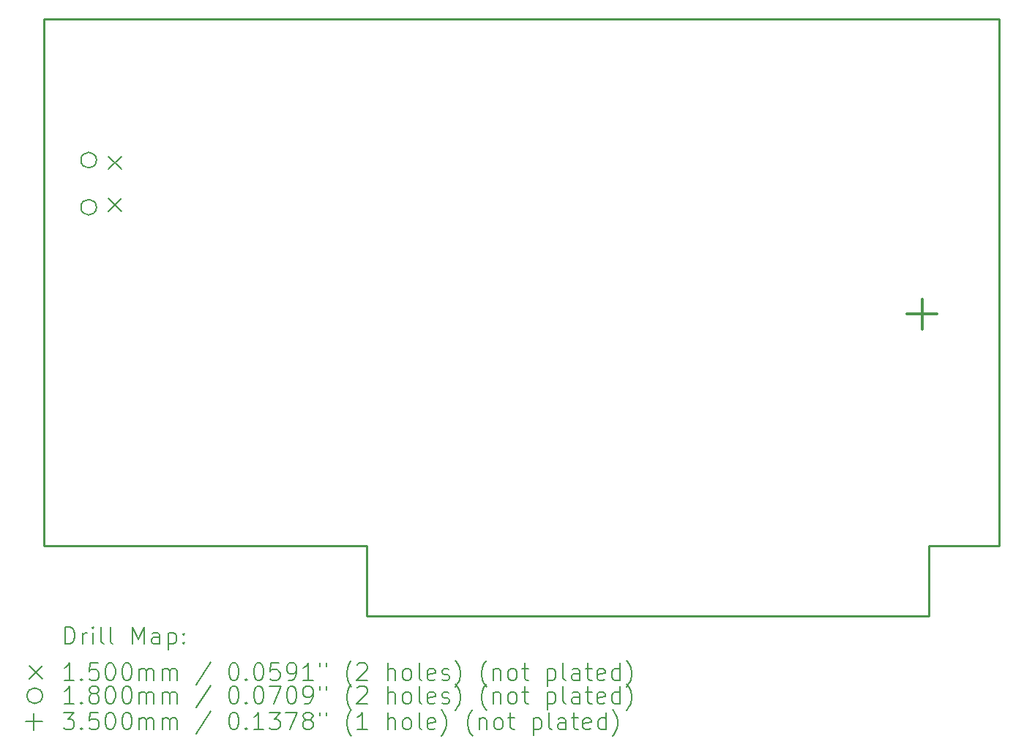
<source format=gbr>
%TF.GenerationSoftware,KiCad,Pcbnew,7.0.8-1.fc38*%
%TF.CreationDate,2023-10-28T17:25:38+02:00*%
%TF.ProjectId,AppleVGA,4170706c-6556-4474-912e-6b696361645f,A*%
%TF.SameCoordinates,Original*%
%TF.FileFunction,Drillmap*%
%TF.FilePolarity,Positive*%
%FSLAX45Y45*%
G04 Gerber Fmt 4.5, Leading zero omitted, Abs format (unit mm)*
G04 Created by KiCad (PCBNEW 7.0.8-1.fc38) date 2023-10-28 17:25:38*
%MOMM*%
%LPD*%
G01*
G04 APERTURE LIST*
%ADD10C,0.254000*%
%ADD11C,0.200000*%
%ADD12C,0.150000*%
%ADD13C,0.180000*%
%ADD14C,0.350000*%
G04 APERTURE END LIST*
D10*
X21158200Y-12750800D02*
X21158200Y-11938000D01*
X21971000Y-11938000D02*
X21971000Y-5842000D01*
X21971000Y-5842000D02*
X10922000Y-5842000D01*
X14655800Y-12750800D02*
X21158200Y-12750800D01*
X21158200Y-11938000D02*
X21971000Y-11938000D01*
X10922000Y-11938000D02*
X14655800Y-11938000D01*
X14655800Y-11938000D02*
X14655800Y-12750800D01*
X10922000Y-5842000D02*
X10922000Y-11938000D01*
D11*
D12*
X11671000Y-7429500D02*
X11821000Y-7579500D01*
X11821000Y-7429500D02*
X11671000Y-7579500D01*
X11671000Y-7914500D02*
X11821000Y-8064500D01*
X11821000Y-7914500D02*
X11671000Y-8064500D01*
D13*
X11533000Y-7474500D02*
G75*
G03*
X11533000Y-7474500I-90000J0D01*
G01*
X11533000Y-8019500D02*
G75*
G03*
X11533000Y-8019500I-90000J0D01*
G01*
D14*
X21082000Y-9081000D02*
X21082000Y-9431000D01*
X20907000Y-9256000D02*
X21257000Y-9256000D01*
D11*
X11170077Y-13074984D02*
X11170077Y-12874984D01*
X11170077Y-12874984D02*
X11217696Y-12874984D01*
X11217696Y-12874984D02*
X11246267Y-12884508D01*
X11246267Y-12884508D02*
X11265315Y-12903555D01*
X11265315Y-12903555D02*
X11274839Y-12922603D01*
X11274839Y-12922603D02*
X11284362Y-12960698D01*
X11284362Y-12960698D02*
X11284362Y-12989269D01*
X11284362Y-12989269D02*
X11274839Y-13027365D01*
X11274839Y-13027365D02*
X11265315Y-13046412D01*
X11265315Y-13046412D02*
X11246267Y-13065460D01*
X11246267Y-13065460D02*
X11217696Y-13074984D01*
X11217696Y-13074984D02*
X11170077Y-13074984D01*
X11370077Y-13074984D02*
X11370077Y-12941650D01*
X11370077Y-12979746D02*
X11379601Y-12960698D01*
X11379601Y-12960698D02*
X11389124Y-12951174D01*
X11389124Y-12951174D02*
X11408172Y-12941650D01*
X11408172Y-12941650D02*
X11427220Y-12941650D01*
X11493886Y-13074984D02*
X11493886Y-12941650D01*
X11493886Y-12874984D02*
X11484362Y-12884508D01*
X11484362Y-12884508D02*
X11493886Y-12894031D01*
X11493886Y-12894031D02*
X11503410Y-12884508D01*
X11503410Y-12884508D02*
X11493886Y-12874984D01*
X11493886Y-12874984D02*
X11493886Y-12894031D01*
X11617696Y-13074984D02*
X11598648Y-13065460D01*
X11598648Y-13065460D02*
X11589124Y-13046412D01*
X11589124Y-13046412D02*
X11589124Y-12874984D01*
X11722458Y-13074984D02*
X11703410Y-13065460D01*
X11703410Y-13065460D02*
X11693886Y-13046412D01*
X11693886Y-13046412D02*
X11693886Y-12874984D01*
X11951029Y-13074984D02*
X11951029Y-12874984D01*
X11951029Y-12874984D02*
X12017696Y-13017841D01*
X12017696Y-13017841D02*
X12084362Y-12874984D01*
X12084362Y-12874984D02*
X12084362Y-13074984D01*
X12265315Y-13074984D02*
X12265315Y-12970222D01*
X12265315Y-12970222D02*
X12255791Y-12951174D01*
X12255791Y-12951174D02*
X12236743Y-12941650D01*
X12236743Y-12941650D02*
X12198648Y-12941650D01*
X12198648Y-12941650D02*
X12179601Y-12951174D01*
X12265315Y-13065460D02*
X12246267Y-13074984D01*
X12246267Y-13074984D02*
X12198648Y-13074984D01*
X12198648Y-13074984D02*
X12179601Y-13065460D01*
X12179601Y-13065460D02*
X12170077Y-13046412D01*
X12170077Y-13046412D02*
X12170077Y-13027365D01*
X12170077Y-13027365D02*
X12179601Y-13008317D01*
X12179601Y-13008317D02*
X12198648Y-12998793D01*
X12198648Y-12998793D02*
X12246267Y-12998793D01*
X12246267Y-12998793D02*
X12265315Y-12989269D01*
X12360553Y-12941650D02*
X12360553Y-13141650D01*
X12360553Y-12951174D02*
X12379601Y-12941650D01*
X12379601Y-12941650D02*
X12417696Y-12941650D01*
X12417696Y-12941650D02*
X12436743Y-12951174D01*
X12436743Y-12951174D02*
X12446267Y-12960698D01*
X12446267Y-12960698D02*
X12455791Y-12979746D01*
X12455791Y-12979746D02*
X12455791Y-13036888D01*
X12455791Y-13036888D02*
X12446267Y-13055936D01*
X12446267Y-13055936D02*
X12436743Y-13065460D01*
X12436743Y-13065460D02*
X12417696Y-13074984D01*
X12417696Y-13074984D02*
X12379601Y-13074984D01*
X12379601Y-13074984D02*
X12360553Y-13065460D01*
X12541505Y-13055936D02*
X12551029Y-13065460D01*
X12551029Y-13065460D02*
X12541505Y-13074984D01*
X12541505Y-13074984D02*
X12531982Y-13065460D01*
X12531982Y-13065460D02*
X12541505Y-13055936D01*
X12541505Y-13055936D02*
X12541505Y-13074984D01*
X12541505Y-12951174D02*
X12551029Y-12960698D01*
X12551029Y-12960698D02*
X12541505Y-12970222D01*
X12541505Y-12970222D02*
X12531982Y-12960698D01*
X12531982Y-12960698D02*
X12541505Y-12951174D01*
X12541505Y-12951174D02*
X12541505Y-12970222D01*
D12*
X10759300Y-13328500D02*
X10909300Y-13478500D01*
X10909300Y-13328500D02*
X10759300Y-13478500D01*
D11*
X11274839Y-13494984D02*
X11160553Y-13494984D01*
X11217696Y-13494984D02*
X11217696Y-13294984D01*
X11217696Y-13294984D02*
X11198648Y-13323555D01*
X11198648Y-13323555D02*
X11179601Y-13342603D01*
X11179601Y-13342603D02*
X11160553Y-13352127D01*
X11360553Y-13475936D02*
X11370077Y-13485460D01*
X11370077Y-13485460D02*
X11360553Y-13494984D01*
X11360553Y-13494984D02*
X11351029Y-13485460D01*
X11351029Y-13485460D02*
X11360553Y-13475936D01*
X11360553Y-13475936D02*
X11360553Y-13494984D01*
X11551029Y-13294984D02*
X11455791Y-13294984D01*
X11455791Y-13294984D02*
X11446267Y-13390222D01*
X11446267Y-13390222D02*
X11455791Y-13380698D01*
X11455791Y-13380698D02*
X11474839Y-13371174D01*
X11474839Y-13371174D02*
X11522458Y-13371174D01*
X11522458Y-13371174D02*
X11541505Y-13380698D01*
X11541505Y-13380698D02*
X11551029Y-13390222D01*
X11551029Y-13390222D02*
X11560553Y-13409269D01*
X11560553Y-13409269D02*
X11560553Y-13456888D01*
X11560553Y-13456888D02*
X11551029Y-13475936D01*
X11551029Y-13475936D02*
X11541505Y-13485460D01*
X11541505Y-13485460D02*
X11522458Y-13494984D01*
X11522458Y-13494984D02*
X11474839Y-13494984D01*
X11474839Y-13494984D02*
X11455791Y-13485460D01*
X11455791Y-13485460D02*
X11446267Y-13475936D01*
X11684362Y-13294984D02*
X11703410Y-13294984D01*
X11703410Y-13294984D02*
X11722458Y-13304508D01*
X11722458Y-13304508D02*
X11731982Y-13314031D01*
X11731982Y-13314031D02*
X11741505Y-13333079D01*
X11741505Y-13333079D02*
X11751029Y-13371174D01*
X11751029Y-13371174D02*
X11751029Y-13418793D01*
X11751029Y-13418793D02*
X11741505Y-13456888D01*
X11741505Y-13456888D02*
X11731982Y-13475936D01*
X11731982Y-13475936D02*
X11722458Y-13485460D01*
X11722458Y-13485460D02*
X11703410Y-13494984D01*
X11703410Y-13494984D02*
X11684362Y-13494984D01*
X11684362Y-13494984D02*
X11665315Y-13485460D01*
X11665315Y-13485460D02*
X11655791Y-13475936D01*
X11655791Y-13475936D02*
X11646267Y-13456888D01*
X11646267Y-13456888D02*
X11636743Y-13418793D01*
X11636743Y-13418793D02*
X11636743Y-13371174D01*
X11636743Y-13371174D02*
X11646267Y-13333079D01*
X11646267Y-13333079D02*
X11655791Y-13314031D01*
X11655791Y-13314031D02*
X11665315Y-13304508D01*
X11665315Y-13304508D02*
X11684362Y-13294984D01*
X11874839Y-13294984D02*
X11893886Y-13294984D01*
X11893886Y-13294984D02*
X11912934Y-13304508D01*
X11912934Y-13304508D02*
X11922458Y-13314031D01*
X11922458Y-13314031D02*
X11931982Y-13333079D01*
X11931982Y-13333079D02*
X11941505Y-13371174D01*
X11941505Y-13371174D02*
X11941505Y-13418793D01*
X11941505Y-13418793D02*
X11931982Y-13456888D01*
X11931982Y-13456888D02*
X11922458Y-13475936D01*
X11922458Y-13475936D02*
X11912934Y-13485460D01*
X11912934Y-13485460D02*
X11893886Y-13494984D01*
X11893886Y-13494984D02*
X11874839Y-13494984D01*
X11874839Y-13494984D02*
X11855791Y-13485460D01*
X11855791Y-13485460D02*
X11846267Y-13475936D01*
X11846267Y-13475936D02*
X11836743Y-13456888D01*
X11836743Y-13456888D02*
X11827220Y-13418793D01*
X11827220Y-13418793D02*
X11827220Y-13371174D01*
X11827220Y-13371174D02*
X11836743Y-13333079D01*
X11836743Y-13333079D02*
X11846267Y-13314031D01*
X11846267Y-13314031D02*
X11855791Y-13304508D01*
X11855791Y-13304508D02*
X11874839Y-13294984D01*
X12027220Y-13494984D02*
X12027220Y-13361650D01*
X12027220Y-13380698D02*
X12036743Y-13371174D01*
X12036743Y-13371174D02*
X12055791Y-13361650D01*
X12055791Y-13361650D02*
X12084363Y-13361650D01*
X12084363Y-13361650D02*
X12103410Y-13371174D01*
X12103410Y-13371174D02*
X12112934Y-13390222D01*
X12112934Y-13390222D02*
X12112934Y-13494984D01*
X12112934Y-13390222D02*
X12122458Y-13371174D01*
X12122458Y-13371174D02*
X12141505Y-13361650D01*
X12141505Y-13361650D02*
X12170077Y-13361650D01*
X12170077Y-13361650D02*
X12189124Y-13371174D01*
X12189124Y-13371174D02*
X12198648Y-13390222D01*
X12198648Y-13390222D02*
X12198648Y-13494984D01*
X12293886Y-13494984D02*
X12293886Y-13361650D01*
X12293886Y-13380698D02*
X12303410Y-13371174D01*
X12303410Y-13371174D02*
X12322458Y-13361650D01*
X12322458Y-13361650D02*
X12351029Y-13361650D01*
X12351029Y-13361650D02*
X12370077Y-13371174D01*
X12370077Y-13371174D02*
X12379601Y-13390222D01*
X12379601Y-13390222D02*
X12379601Y-13494984D01*
X12379601Y-13390222D02*
X12389124Y-13371174D01*
X12389124Y-13371174D02*
X12408172Y-13361650D01*
X12408172Y-13361650D02*
X12436743Y-13361650D01*
X12436743Y-13361650D02*
X12455791Y-13371174D01*
X12455791Y-13371174D02*
X12465315Y-13390222D01*
X12465315Y-13390222D02*
X12465315Y-13494984D01*
X12855791Y-13285460D02*
X12684363Y-13542603D01*
X13112934Y-13294984D02*
X13131982Y-13294984D01*
X13131982Y-13294984D02*
X13151029Y-13304508D01*
X13151029Y-13304508D02*
X13160553Y-13314031D01*
X13160553Y-13314031D02*
X13170077Y-13333079D01*
X13170077Y-13333079D02*
X13179601Y-13371174D01*
X13179601Y-13371174D02*
X13179601Y-13418793D01*
X13179601Y-13418793D02*
X13170077Y-13456888D01*
X13170077Y-13456888D02*
X13160553Y-13475936D01*
X13160553Y-13475936D02*
X13151029Y-13485460D01*
X13151029Y-13485460D02*
X13131982Y-13494984D01*
X13131982Y-13494984D02*
X13112934Y-13494984D01*
X13112934Y-13494984D02*
X13093886Y-13485460D01*
X13093886Y-13485460D02*
X13084363Y-13475936D01*
X13084363Y-13475936D02*
X13074839Y-13456888D01*
X13074839Y-13456888D02*
X13065315Y-13418793D01*
X13065315Y-13418793D02*
X13065315Y-13371174D01*
X13065315Y-13371174D02*
X13074839Y-13333079D01*
X13074839Y-13333079D02*
X13084363Y-13314031D01*
X13084363Y-13314031D02*
X13093886Y-13304508D01*
X13093886Y-13304508D02*
X13112934Y-13294984D01*
X13265315Y-13475936D02*
X13274839Y-13485460D01*
X13274839Y-13485460D02*
X13265315Y-13494984D01*
X13265315Y-13494984D02*
X13255791Y-13485460D01*
X13255791Y-13485460D02*
X13265315Y-13475936D01*
X13265315Y-13475936D02*
X13265315Y-13494984D01*
X13398648Y-13294984D02*
X13417696Y-13294984D01*
X13417696Y-13294984D02*
X13436744Y-13304508D01*
X13436744Y-13304508D02*
X13446267Y-13314031D01*
X13446267Y-13314031D02*
X13455791Y-13333079D01*
X13455791Y-13333079D02*
X13465315Y-13371174D01*
X13465315Y-13371174D02*
X13465315Y-13418793D01*
X13465315Y-13418793D02*
X13455791Y-13456888D01*
X13455791Y-13456888D02*
X13446267Y-13475936D01*
X13446267Y-13475936D02*
X13436744Y-13485460D01*
X13436744Y-13485460D02*
X13417696Y-13494984D01*
X13417696Y-13494984D02*
X13398648Y-13494984D01*
X13398648Y-13494984D02*
X13379601Y-13485460D01*
X13379601Y-13485460D02*
X13370077Y-13475936D01*
X13370077Y-13475936D02*
X13360553Y-13456888D01*
X13360553Y-13456888D02*
X13351029Y-13418793D01*
X13351029Y-13418793D02*
X13351029Y-13371174D01*
X13351029Y-13371174D02*
X13360553Y-13333079D01*
X13360553Y-13333079D02*
X13370077Y-13314031D01*
X13370077Y-13314031D02*
X13379601Y-13304508D01*
X13379601Y-13304508D02*
X13398648Y-13294984D01*
X13646267Y-13294984D02*
X13551029Y-13294984D01*
X13551029Y-13294984D02*
X13541506Y-13390222D01*
X13541506Y-13390222D02*
X13551029Y-13380698D01*
X13551029Y-13380698D02*
X13570077Y-13371174D01*
X13570077Y-13371174D02*
X13617696Y-13371174D01*
X13617696Y-13371174D02*
X13636744Y-13380698D01*
X13636744Y-13380698D02*
X13646267Y-13390222D01*
X13646267Y-13390222D02*
X13655791Y-13409269D01*
X13655791Y-13409269D02*
X13655791Y-13456888D01*
X13655791Y-13456888D02*
X13646267Y-13475936D01*
X13646267Y-13475936D02*
X13636744Y-13485460D01*
X13636744Y-13485460D02*
X13617696Y-13494984D01*
X13617696Y-13494984D02*
X13570077Y-13494984D01*
X13570077Y-13494984D02*
X13551029Y-13485460D01*
X13551029Y-13485460D02*
X13541506Y-13475936D01*
X13751029Y-13494984D02*
X13789125Y-13494984D01*
X13789125Y-13494984D02*
X13808172Y-13485460D01*
X13808172Y-13485460D02*
X13817696Y-13475936D01*
X13817696Y-13475936D02*
X13836744Y-13447365D01*
X13836744Y-13447365D02*
X13846267Y-13409269D01*
X13846267Y-13409269D02*
X13846267Y-13333079D01*
X13846267Y-13333079D02*
X13836744Y-13314031D01*
X13836744Y-13314031D02*
X13827220Y-13304508D01*
X13827220Y-13304508D02*
X13808172Y-13294984D01*
X13808172Y-13294984D02*
X13770077Y-13294984D01*
X13770077Y-13294984D02*
X13751029Y-13304508D01*
X13751029Y-13304508D02*
X13741506Y-13314031D01*
X13741506Y-13314031D02*
X13731982Y-13333079D01*
X13731982Y-13333079D02*
X13731982Y-13380698D01*
X13731982Y-13380698D02*
X13741506Y-13399746D01*
X13741506Y-13399746D02*
X13751029Y-13409269D01*
X13751029Y-13409269D02*
X13770077Y-13418793D01*
X13770077Y-13418793D02*
X13808172Y-13418793D01*
X13808172Y-13418793D02*
X13827220Y-13409269D01*
X13827220Y-13409269D02*
X13836744Y-13399746D01*
X13836744Y-13399746D02*
X13846267Y-13380698D01*
X14036744Y-13494984D02*
X13922458Y-13494984D01*
X13979601Y-13494984D02*
X13979601Y-13294984D01*
X13979601Y-13294984D02*
X13960553Y-13323555D01*
X13960553Y-13323555D02*
X13941506Y-13342603D01*
X13941506Y-13342603D02*
X13922458Y-13352127D01*
X14112934Y-13294984D02*
X14112934Y-13333079D01*
X14189125Y-13294984D02*
X14189125Y-13333079D01*
X14484363Y-13571174D02*
X14474839Y-13561650D01*
X14474839Y-13561650D02*
X14455791Y-13533079D01*
X14455791Y-13533079D02*
X14446268Y-13514031D01*
X14446268Y-13514031D02*
X14436744Y-13485460D01*
X14436744Y-13485460D02*
X14427220Y-13437841D01*
X14427220Y-13437841D02*
X14427220Y-13399746D01*
X14427220Y-13399746D02*
X14436744Y-13352127D01*
X14436744Y-13352127D02*
X14446268Y-13323555D01*
X14446268Y-13323555D02*
X14455791Y-13304508D01*
X14455791Y-13304508D02*
X14474839Y-13275936D01*
X14474839Y-13275936D02*
X14484363Y-13266412D01*
X14551029Y-13314031D02*
X14560553Y-13304508D01*
X14560553Y-13304508D02*
X14579601Y-13294984D01*
X14579601Y-13294984D02*
X14627220Y-13294984D01*
X14627220Y-13294984D02*
X14646268Y-13304508D01*
X14646268Y-13304508D02*
X14655791Y-13314031D01*
X14655791Y-13314031D02*
X14665315Y-13333079D01*
X14665315Y-13333079D02*
X14665315Y-13352127D01*
X14665315Y-13352127D02*
X14655791Y-13380698D01*
X14655791Y-13380698D02*
X14541506Y-13494984D01*
X14541506Y-13494984D02*
X14665315Y-13494984D01*
X14903410Y-13494984D02*
X14903410Y-13294984D01*
X14989125Y-13494984D02*
X14989125Y-13390222D01*
X14989125Y-13390222D02*
X14979601Y-13371174D01*
X14979601Y-13371174D02*
X14960553Y-13361650D01*
X14960553Y-13361650D02*
X14931982Y-13361650D01*
X14931982Y-13361650D02*
X14912934Y-13371174D01*
X14912934Y-13371174D02*
X14903410Y-13380698D01*
X15112934Y-13494984D02*
X15093887Y-13485460D01*
X15093887Y-13485460D02*
X15084363Y-13475936D01*
X15084363Y-13475936D02*
X15074839Y-13456888D01*
X15074839Y-13456888D02*
X15074839Y-13399746D01*
X15074839Y-13399746D02*
X15084363Y-13380698D01*
X15084363Y-13380698D02*
X15093887Y-13371174D01*
X15093887Y-13371174D02*
X15112934Y-13361650D01*
X15112934Y-13361650D02*
X15141506Y-13361650D01*
X15141506Y-13361650D02*
X15160553Y-13371174D01*
X15160553Y-13371174D02*
X15170077Y-13380698D01*
X15170077Y-13380698D02*
X15179601Y-13399746D01*
X15179601Y-13399746D02*
X15179601Y-13456888D01*
X15179601Y-13456888D02*
X15170077Y-13475936D01*
X15170077Y-13475936D02*
X15160553Y-13485460D01*
X15160553Y-13485460D02*
X15141506Y-13494984D01*
X15141506Y-13494984D02*
X15112934Y-13494984D01*
X15293887Y-13494984D02*
X15274839Y-13485460D01*
X15274839Y-13485460D02*
X15265315Y-13466412D01*
X15265315Y-13466412D02*
X15265315Y-13294984D01*
X15446268Y-13485460D02*
X15427220Y-13494984D01*
X15427220Y-13494984D02*
X15389125Y-13494984D01*
X15389125Y-13494984D02*
X15370077Y-13485460D01*
X15370077Y-13485460D02*
X15360553Y-13466412D01*
X15360553Y-13466412D02*
X15360553Y-13390222D01*
X15360553Y-13390222D02*
X15370077Y-13371174D01*
X15370077Y-13371174D02*
X15389125Y-13361650D01*
X15389125Y-13361650D02*
X15427220Y-13361650D01*
X15427220Y-13361650D02*
X15446268Y-13371174D01*
X15446268Y-13371174D02*
X15455791Y-13390222D01*
X15455791Y-13390222D02*
X15455791Y-13409269D01*
X15455791Y-13409269D02*
X15360553Y-13428317D01*
X15531982Y-13485460D02*
X15551030Y-13494984D01*
X15551030Y-13494984D02*
X15589125Y-13494984D01*
X15589125Y-13494984D02*
X15608172Y-13485460D01*
X15608172Y-13485460D02*
X15617696Y-13466412D01*
X15617696Y-13466412D02*
X15617696Y-13456888D01*
X15617696Y-13456888D02*
X15608172Y-13437841D01*
X15608172Y-13437841D02*
X15589125Y-13428317D01*
X15589125Y-13428317D02*
X15560553Y-13428317D01*
X15560553Y-13428317D02*
X15541506Y-13418793D01*
X15541506Y-13418793D02*
X15531982Y-13399746D01*
X15531982Y-13399746D02*
X15531982Y-13390222D01*
X15531982Y-13390222D02*
X15541506Y-13371174D01*
X15541506Y-13371174D02*
X15560553Y-13361650D01*
X15560553Y-13361650D02*
X15589125Y-13361650D01*
X15589125Y-13361650D02*
X15608172Y-13371174D01*
X15684363Y-13571174D02*
X15693887Y-13561650D01*
X15693887Y-13561650D02*
X15712934Y-13533079D01*
X15712934Y-13533079D02*
X15722458Y-13514031D01*
X15722458Y-13514031D02*
X15731982Y-13485460D01*
X15731982Y-13485460D02*
X15741506Y-13437841D01*
X15741506Y-13437841D02*
X15741506Y-13399746D01*
X15741506Y-13399746D02*
X15731982Y-13352127D01*
X15731982Y-13352127D02*
X15722458Y-13323555D01*
X15722458Y-13323555D02*
X15712934Y-13304508D01*
X15712934Y-13304508D02*
X15693887Y-13275936D01*
X15693887Y-13275936D02*
X15684363Y-13266412D01*
X16046268Y-13571174D02*
X16036744Y-13561650D01*
X16036744Y-13561650D02*
X16017696Y-13533079D01*
X16017696Y-13533079D02*
X16008172Y-13514031D01*
X16008172Y-13514031D02*
X15998649Y-13485460D01*
X15998649Y-13485460D02*
X15989125Y-13437841D01*
X15989125Y-13437841D02*
X15989125Y-13399746D01*
X15989125Y-13399746D02*
X15998649Y-13352127D01*
X15998649Y-13352127D02*
X16008172Y-13323555D01*
X16008172Y-13323555D02*
X16017696Y-13304508D01*
X16017696Y-13304508D02*
X16036744Y-13275936D01*
X16036744Y-13275936D02*
X16046268Y-13266412D01*
X16122458Y-13361650D02*
X16122458Y-13494984D01*
X16122458Y-13380698D02*
X16131982Y-13371174D01*
X16131982Y-13371174D02*
X16151030Y-13361650D01*
X16151030Y-13361650D02*
X16179601Y-13361650D01*
X16179601Y-13361650D02*
X16198649Y-13371174D01*
X16198649Y-13371174D02*
X16208172Y-13390222D01*
X16208172Y-13390222D02*
X16208172Y-13494984D01*
X16331982Y-13494984D02*
X16312934Y-13485460D01*
X16312934Y-13485460D02*
X16303411Y-13475936D01*
X16303411Y-13475936D02*
X16293887Y-13456888D01*
X16293887Y-13456888D02*
X16293887Y-13399746D01*
X16293887Y-13399746D02*
X16303411Y-13380698D01*
X16303411Y-13380698D02*
X16312934Y-13371174D01*
X16312934Y-13371174D02*
X16331982Y-13361650D01*
X16331982Y-13361650D02*
X16360553Y-13361650D01*
X16360553Y-13361650D02*
X16379601Y-13371174D01*
X16379601Y-13371174D02*
X16389125Y-13380698D01*
X16389125Y-13380698D02*
X16398649Y-13399746D01*
X16398649Y-13399746D02*
X16398649Y-13456888D01*
X16398649Y-13456888D02*
X16389125Y-13475936D01*
X16389125Y-13475936D02*
X16379601Y-13485460D01*
X16379601Y-13485460D02*
X16360553Y-13494984D01*
X16360553Y-13494984D02*
X16331982Y-13494984D01*
X16455792Y-13361650D02*
X16531982Y-13361650D01*
X16484363Y-13294984D02*
X16484363Y-13466412D01*
X16484363Y-13466412D02*
X16493887Y-13485460D01*
X16493887Y-13485460D02*
X16512934Y-13494984D01*
X16512934Y-13494984D02*
X16531982Y-13494984D01*
X16751030Y-13361650D02*
X16751030Y-13561650D01*
X16751030Y-13371174D02*
X16770077Y-13361650D01*
X16770077Y-13361650D02*
X16808173Y-13361650D01*
X16808173Y-13361650D02*
X16827220Y-13371174D01*
X16827220Y-13371174D02*
X16836744Y-13380698D01*
X16836744Y-13380698D02*
X16846268Y-13399746D01*
X16846268Y-13399746D02*
X16846268Y-13456888D01*
X16846268Y-13456888D02*
X16836744Y-13475936D01*
X16836744Y-13475936D02*
X16827220Y-13485460D01*
X16827220Y-13485460D02*
X16808173Y-13494984D01*
X16808173Y-13494984D02*
X16770077Y-13494984D01*
X16770077Y-13494984D02*
X16751030Y-13485460D01*
X16960554Y-13494984D02*
X16941506Y-13485460D01*
X16941506Y-13485460D02*
X16931982Y-13466412D01*
X16931982Y-13466412D02*
X16931982Y-13294984D01*
X17122458Y-13494984D02*
X17122458Y-13390222D01*
X17122458Y-13390222D02*
X17112935Y-13371174D01*
X17112935Y-13371174D02*
X17093887Y-13361650D01*
X17093887Y-13361650D02*
X17055792Y-13361650D01*
X17055792Y-13361650D02*
X17036744Y-13371174D01*
X17122458Y-13485460D02*
X17103411Y-13494984D01*
X17103411Y-13494984D02*
X17055792Y-13494984D01*
X17055792Y-13494984D02*
X17036744Y-13485460D01*
X17036744Y-13485460D02*
X17027220Y-13466412D01*
X17027220Y-13466412D02*
X17027220Y-13447365D01*
X17027220Y-13447365D02*
X17036744Y-13428317D01*
X17036744Y-13428317D02*
X17055792Y-13418793D01*
X17055792Y-13418793D02*
X17103411Y-13418793D01*
X17103411Y-13418793D02*
X17122458Y-13409269D01*
X17189125Y-13361650D02*
X17265315Y-13361650D01*
X17217696Y-13294984D02*
X17217696Y-13466412D01*
X17217696Y-13466412D02*
X17227220Y-13485460D01*
X17227220Y-13485460D02*
X17246268Y-13494984D01*
X17246268Y-13494984D02*
X17265315Y-13494984D01*
X17408173Y-13485460D02*
X17389125Y-13494984D01*
X17389125Y-13494984D02*
X17351030Y-13494984D01*
X17351030Y-13494984D02*
X17331982Y-13485460D01*
X17331982Y-13485460D02*
X17322458Y-13466412D01*
X17322458Y-13466412D02*
X17322458Y-13390222D01*
X17322458Y-13390222D02*
X17331982Y-13371174D01*
X17331982Y-13371174D02*
X17351030Y-13361650D01*
X17351030Y-13361650D02*
X17389125Y-13361650D01*
X17389125Y-13361650D02*
X17408173Y-13371174D01*
X17408173Y-13371174D02*
X17417696Y-13390222D01*
X17417696Y-13390222D02*
X17417696Y-13409269D01*
X17417696Y-13409269D02*
X17322458Y-13428317D01*
X17589125Y-13494984D02*
X17589125Y-13294984D01*
X17589125Y-13485460D02*
X17570077Y-13494984D01*
X17570077Y-13494984D02*
X17531982Y-13494984D01*
X17531982Y-13494984D02*
X17512935Y-13485460D01*
X17512935Y-13485460D02*
X17503411Y-13475936D01*
X17503411Y-13475936D02*
X17493887Y-13456888D01*
X17493887Y-13456888D02*
X17493887Y-13399746D01*
X17493887Y-13399746D02*
X17503411Y-13380698D01*
X17503411Y-13380698D02*
X17512935Y-13371174D01*
X17512935Y-13371174D02*
X17531982Y-13361650D01*
X17531982Y-13361650D02*
X17570077Y-13361650D01*
X17570077Y-13361650D02*
X17589125Y-13371174D01*
X17665316Y-13571174D02*
X17674839Y-13561650D01*
X17674839Y-13561650D02*
X17693887Y-13533079D01*
X17693887Y-13533079D02*
X17703411Y-13514031D01*
X17703411Y-13514031D02*
X17712935Y-13485460D01*
X17712935Y-13485460D02*
X17722458Y-13437841D01*
X17722458Y-13437841D02*
X17722458Y-13399746D01*
X17722458Y-13399746D02*
X17712935Y-13352127D01*
X17712935Y-13352127D02*
X17703411Y-13323555D01*
X17703411Y-13323555D02*
X17693887Y-13304508D01*
X17693887Y-13304508D02*
X17674839Y-13275936D01*
X17674839Y-13275936D02*
X17665316Y-13266412D01*
D13*
X10909300Y-13673500D02*
G75*
G03*
X10909300Y-13673500I-90000J0D01*
G01*
D11*
X11274839Y-13764984D02*
X11160553Y-13764984D01*
X11217696Y-13764984D02*
X11217696Y-13564984D01*
X11217696Y-13564984D02*
X11198648Y-13593555D01*
X11198648Y-13593555D02*
X11179601Y-13612603D01*
X11179601Y-13612603D02*
X11160553Y-13622127D01*
X11360553Y-13745936D02*
X11370077Y-13755460D01*
X11370077Y-13755460D02*
X11360553Y-13764984D01*
X11360553Y-13764984D02*
X11351029Y-13755460D01*
X11351029Y-13755460D02*
X11360553Y-13745936D01*
X11360553Y-13745936D02*
X11360553Y-13764984D01*
X11484362Y-13650698D02*
X11465315Y-13641174D01*
X11465315Y-13641174D02*
X11455791Y-13631650D01*
X11455791Y-13631650D02*
X11446267Y-13612603D01*
X11446267Y-13612603D02*
X11446267Y-13603079D01*
X11446267Y-13603079D02*
X11455791Y-13584031D01*
X11455791Y-13584031D02*
X11465315Y-13574508D01*
X11465315Y-13574508D02*
X11484362Y-13564984D01*
X11484362Y-13564984D02*
X11522458Y-13564984D01*
X11522458Y-13564984D02*
X11541505Y-13574508D01*
X11541505Y-13574508D02*
X11551029Y-13584031D01*
X11551029Y-13584031D02*
X11560553Y-13603079D01*
X11560553Y-13603079D02*
X11560553Y-13612603D01*
X11560553Y-13612603D02*
X11551029Y-13631650D01*
X11551029Y-13631650D02*
X11541505Y-13641174D01*
X11541505Y-13641174D02*
X11522458Y-13650698D01*
X11522458Y-13650698D02*
X11484362Y-13650698D01*
X11484362Y-13650698D02*
X11465315Y-13660222D01*
X11465315Y-13660222D02*
X11455791Y-13669746D01*
X11455791Y-13669746D02*
X11446267Y-13688793D01*
X11446267Y-13688793D02*
X11446267Y-13726888D01*
X11446267Y-13726888D02*
X11455791Y-13745936D01*
X11455791Y-13745936D02*
X11465315Y-13755460D01*
X11465315Y-13755460D02*
X11484362Y-13764984D01*
X11484362Y-13764984D02*
X11522458Y-13764984D01*
X11522458Y-13764984D02*
X11541505Y-13755460D01*
X11541505Y-13755460D02*
X11551029Y-13745936D01*
X11551029Y-13745936D02*
X11560553Y-13726888D01*
X11560553Y-13726888D02*
X11560553Y-13688793D01*
X11560553Y-13688793D02*
X11551029Y-13669746D01*
X11551029Y-13669746D02*
X11541505Y-13660222D01*
X11541505Y-13660222D02*
X11522458Y-13650698D01*
X11684362Y-13564984D02*
X11703410Y-13564984D01*
X11703410Y-13564984D02*
X11722458Y-13574508D01*
X11722458Y-13574508D02*
X11731982Y-13584031D01*
X11731982Y-13584031D02*
X11741505Y-13603079D01*
X11741505Y-13603079D02*
X11751029Y-13641174D01*
X11751029Y-13641174D02*
X11751029Y-13688793D01*
X11751029Y-13688793D02*
X11741505Y-13726888D01*
X11741505Y-13726888D02*
X11731982Y-13745936D01*
X11731982Y-13745936D02*
X11722458Y-13755460D01*
X11722458Y-13755460D02*
X11703410Y-13764984D01*
X11703410Y-13764984D02*
X11684362Y-13764984D01*
X11684362Y-13764984D02*
X11665315Y-13755460D01*
X11665315Y-13755460D02*
X11655791Y-13745936D01*
X11655791Y-13745936D02*
X11646267Y-13726888D01*
X11646267Y-13726888D02*
X11636743Y-13688793D01*
X11636743Y-13688793D02*
X11636743Y-13641174D01*
X11636743Y-13641174D02*
X11646267Y-13603079D01*
X11646267Y-13603079D02*
X11655791Y-13584031D01*
X11655791Y-13584031D02*
X11665315Y-13574508D01*
X11665315Y-13574508D02*
X11684362Y-13564984D01*
X11874839Y-13564984D02*
X11893886Y-13564984D01*
X11893886Y-13564984D02*
X11912934Y-13574508D01*
X11912934Y-13574508D02*
X11922458Y-13584031D01*
X11922458Y-13584031D02*
X11931982Y-13603079D01*
X11931982Y-13603079D02*
X11941505Y-13641174D01*
X11941505Y-13641174D02*
X11941505Y-13688793D01*
X11941505Y-13688793D02*
X11931982Y-13726888D01*
X11931982Y-13726888D02*
X11922458Y-13745936D01*
X11922458Y-13745936D02*
X11912934Y-13755460D01*
X11912934Y-13755460D02*
X11893886Y-13764984D01*
X11893886Y-13764984D02*
X11874839Y-13764984D01*
X11874839Y-13764984D02*
X11855791Y-13755460D01*
X11855791Y-13755460D02*
X11846267Y-13745936D01*
X11846267Y-13745936D02*
X11836743Y-13726888D01*
X11836743Y-13726888D02*
X11827220Y-13688793D01*
X11827220Y-13688793D02*
X11827220Y-13641174D01*
X11827220Y-13641174D02*
X11836743Y-13603079D01*
X11836743Y-13603079D02*
X11846267Y-13584031D01*
X11846267Y-13584031D02*
X11855791Y-13574508D01*
X11855791Y-13574508D02*
X11874839Y-13564984D01*
X12027220Y-13764984D02*
X12027220Y-13631650D01*
X12027220Y-13650698D02*
X12036743Y-13641174D01*
X12036743Y-13641174D02*
X12055791Y-13631650D01*
X12055791Y-13631650D02*
X12084363Y-13631650D01*
X12084363Y-13631650D02*
X12103410Y-13641174D01*
X12103410Y-13641174D02*
X12112934Y-13660222D01*
X12112934Y-13660222D02*
X12112934Y-13764984D01*
X12112934Y-13660222D02*
X12122458Y-13641174D01*
X12122458Y-13641174D02*
X12141505Y-13631650D01*
X12141505Y-13631650D02*
X12170077Y-13631650D01*
X12170077Y-13631650D02*
X12189124Y-13641174D01*
X12189124Y-13641174D02*
X12198648Y-13660222D01*
X12198648Y-13660222D02*
X12198648Y-13764984D01*
X12293886Y-13764984D02*
X12293886Y-13631650D01*
X12293886Y-13650698D02*
X12303410Y-13641174D01*
X12303410Y-13641174D02*
X12322458Y-13631650D01*
X12322458Y-13631650D02*
X12351029Y-13631650D01*
X12351029Y-13631650D02*
X12370077Y-13641174D01*
X12370077Y-13641174D02*
X12379601Y-13660222D01*
X12379601Y-13660222D02*
X12379601Y-13764984D01*
X12379601Y-13660222D02*
X12389124Y-13641174D01*
X12389124Y-13641174D02*
X12408172Y-13631650D01*
X12408172Y-13631650D02*
X12436743Y-13631650D01*
X12436743Y-13631650D02*
X12455791Y-13641174D01*
X12455791Y-13641174D02*
X12465315Y-13660222D01*
X12465315Y-13660222D02*
X12465315Y-13764984D01*
X12855791Y-13555460D02*
X12684363Y-13812603D01*
X13112934Y-13564984D02*
X13131982Y-13564984D01*
X13131982Y-13564984D02*
X13151029Y-13574508D01*
X13151029Y-13574508D02*
X13160553Y-13584031D01*
X13160553Y-13584031D02*
X13170077Y-13603079D01*
X13170077Y-13603079D02*
X13179601Y-13641174D01*
X13179601Y-13641174D02*
X13179601Y-13688793D01*
X13179601Y-13688793D02*
X13170077Y-13726888D01*
X13170077Y-13726888D02*
X13160553Y-13745936D01*
X13160553Y-13745936D02*
X13151029Y-13755460D01*
X13151029Y-13755460D02*
X13131982Y-13764984D01*
X13131982Y-13764984D02*
X13112934Y-13764984D01*
X13112934Y-13764984D02*
X13093886Y-13755460D01*
X13093886Y-13755460D02*
X13084363Y-13745936D01*
X13084363Y-13745936D02*
X13074839Y-13726888D01*
X13074839Y-13726888D02*
X13065315Y-13688793D01*
X13065315Y-13688793D02*
X13065315Y-13641174D01*
X13065315Y-13641174D02*
X13074839Y-13603079D01*
X13074839Y-13603079D02*
X13084363Y-13584031D01*
X13084363Y-13584031D02*
X13093886Y-13574508D01*
X13093886Y-13574508D02*
X13112934Y-13564984D01*
X13265315Y-13745936D02*
X13274839Y-13755460D01*
X13274839Y-13755460D02*
X13265315Y-13764984D01*
X13265315Y-13764984D02*
X13255791Y-13755460D01*
X13255791Y-13755460D02*
X13265315Y-13745936D01*
X13265315Y-13745936D02*
X13265315Y-13764984D01*
X13398648Y-13564984D02*
X13417696Y-13564984D01*
X13417696Y-13564984D02*
X13436744Y-13574508D01*
X13436744Y-13574508D02*
X13446267Y-13584031D01*
X13446267Y-13584031D02*
X13455791Y-13603079D01*
X13455791Y-13603079D02*
X13465315Y-13641174D01*
X13465315Y-13641174D02*
X13465315Y-13688793D01*
X13465315Y-13688793D02*
X13455791Y-13726888D01*
X13455791Y-13726888D02*
X13446267Y-13745936D01*
X13446267Y-13745936D02*
X13436744Y-13755460D01*
X13436744Y-13755460D02*
X13417696Y-13764984D01*
X13417696Y-13764984D02*
X13398648Y-13764984D01*
X13398648Y-13764984D02*
X13379601Y-13755460D01*
X13379601Y-13755460D02*
X13370077Y-13745936D01*
X13370077Y-13745936D02*
X13360553Y-13726888D01*
X13360553Y-13726888D02*
X13351029Y-13688793D01*
X13351029Y-13688793D02*
X13351029Y-13641174D01*
X13351029Y-13641174D02*
X13360553Y-13603079D01*
X13360553Y-13603079D02*
X13370077Y-13584031D01*
X13370077Y-13584031D02*
X13379601Y-13574508D01*
X13379601Y-13574508D02*
X13398648Y-13564984D01*
X13531982Y-13564984D02*
X13665315Y-13564984D01*
X13665315Y-13564984D02*
X13579601Y-13764984D01*
X13779601Y-13564984D02*
X13798648Y-13564984D01*
X13798648Y-13564984D02*
X13817696Y-13574508D01*
X13817696Y-13574508D02*
X13827220Y-13584031D01*
X13827220Y-13584031D02*
X13836744Y-13603079D01*
X13836744Y-13603079D02*
X13846267Y-13641174D01*
X13846267Y-13641174D02*
X13846267Y-13688793D01*
X13846267Y-13688793D02*
X13836744Y-13726888D01*
X13836744Y-13726888D02*
X13827220Y-13745936D01*
X13827220Y-13745936D02*
X13817696Y-13755460D01*
X13817696Y-13755460D02*
X13798648Y-13764984D01*
X13798648Y-13764984D02*
X13779601Y-13764984D01*
X13779601Y-13764984D02*
X13760553Y-13755460D01*
X13760553Y-13755460D02*
X13751029Y-13745936D01*
X13751029Y-13745936D02*
X13741506Y-13726888D01*
X13741506Y-13726888D02*
X13731982Y-13688793D01*
X13731982Y-13688793D02*
X13731982Y-13641174D01*
X13731982Y-13641174D02*
X13741506Y-13603079D01*
X13741506Y-13603079D02*
X13751029Y-13584031D01*
X13751029Y-13584031D02*
X13760553Y-13574508D01*
X13760553Y-13574508D02*
X13779601Y-13564984D01*
X13941506Y-13764984D02*
X13979601Y-13764984D01*
X13979601Y-13764984D02*
X13998648Y-13755460D01*
X13998648Y-13755460D02*
X14008172Y-13745936D01*
X14008172Y-13745936D02*
X14027220Y-13717365D01*
X14027220Y-13717365D02*
X14036744Y-13679269D01*
X14036744Y-13679269D02*
X14036744Y-13603079D01*
X14036744Y-13603079D02*
X14027220Y-13584031D01*
X14027220Y-13584031D02*
X14017696Y-13574508D01*
X14017696Y-13574508D02*
X13998648Y-13564984D01*
X13998648Y-13564984D02*
X13960553Y-13564984D01*
X13960553Y-13564984D02*
X13941506Y-13574508D01*
X13941506Y-13574508D02*
X13931982Y-13584031D01*
X13931982Y-13584031D02*
X13922458Y-13603079D01*
X13922458Y-13603079D02*
X13922458Y-13650698D01*
X13922458Y-13650698D02*
X13931982Y-13669746D01*
X13931982Y-13669746D02*
X13941506Y-13679269D01*
X13941506Y-13679269D02*
X13960553Y-13688793D01*
X13960553Y-13688793D02*
X13998648Y-13688793D01*
X13998648Y-13688793D02*
X14017696Y-13679269D01*
X14017696Y-13679269D02*
X14027220Y-13669746D01*
X14027220Y-13669746D02*
X14036744Y-13650698D01*
X14112934Y-13564984D02*
X14112934Y-13603079D01*
X14189125Y-13564984D02*
X14189125Y-13603079D01*
X14484363Y-13841174D02*
X14474839Y-13831650D01*
X14474839Y-13831650D02*
X14455791Y-13803079D01*
X14455791Y-13803079D02*
X14446268Y-13784031D01*
X14446268Y-13784031D02*
X14436744Y-13755460D01*
X14436744Y-13755460D02*
X14427220Y-13707841D01*
X14427220Y-13707841D02*
X14427220Y-13669746D01*
X14427220Y-13669746D02*
X14436744Y-13622127D01*
X14436744Y-13622127D02*
X14446268Y-13593555D01*
X14446268Y-13593555D02*
X14455791Y-13574508D01*
X14455791Y-13574508D02*
X14474839Y-13545936D01*
X14474839Y-13545936D02*
X14484363Y-13536412D01*
X14551029Y-13584031D02*
X14560553Y-13574508D01*
X14560553Y-13574508D02*
X14579601Y-13564984D01*
X14579601Y-13564984D02*
X14627220Y-13564984D01*
X14627220Y-13564984D02*
X14646268Y-13574508D01*
X14646268Y-13574508D02*
X14655791Y-13584031D01*
X14655791Y-13584031D02*
X14665315Y-13603079D01*
X14665315Y-13603079D02*
X14665315Y-13622127D01*
X14665315Y-13622127D02*
X14655791Y-13650698D01*
X14655791Y-13650698D02*
X14541506Y-13764984D01*
X14541506Y-13764984D02*
X14665315Y-13764984D01*
X14903410Y-13764984D02*
X14903410Y-13564984D01*
X14989125Y-13764984D02*
X14989125Y-13660222D01*
X14989125Y-13660222D02*
X14979601Y-13641174D01*
X14979601Y-13641174D02*
X14960553Y-13631650D01*
X14960553Y-13631650D02*
X14931982Y-13631650D01*
X14931982Y-13631650D02*
X14912934Y-13641174D01*
X14912934Y-13641174D02*
X14903410Y-13650698D01*
X15112934Y-13764984D02*
X15093887Y-13755460D01*
X15093887Y-13755460D02*
X15084363Y-13745936D01*
X15084363Y-13745936D02*
X15074839Y-13726888D01*
X15074839Y-13726888D02*
X15074839Y-13669746D01*
X15074839Y-13669746D02*
X15084363Y-13650698D01*
X15084363Y-13650698D02*
X15093887Y-13641174D01*
X15093887Y-13641174D02*
X15112934Y-13631650D01*
X15112934Y-13631650D02*
X15141506Y-13631650D01*
X15141506Y-13631650D02*
X15160553Y-13641174D01*
X15160553Y-13641174D02*
X15170077Y-13650698D01*
X15170077Y-13650698D02*
X15179601Y-13669746D01*
X15179601Y-13669746D02*
X15179601Y-13726888D01*
X15179601Y-13726888D02*
X15170077Y-13745936D01*
X15170077Y-13745936D02*
X15160553Y-13755460D01*
X15160553Y-13755460D02*
X15141506Y-13764984D01*
X15141506Y-13764984D02*
X15112934Y-13764984D01*
X15293887Y-13764984D02*
X15274839Y-13755460D01*
X15274839Y-13755460D02*
X15265315Y-13736412D01*
X15265315Y-13736412D02*
X15265315Y-13564984D01*
X15446268Y-13755460D02*
X15427220Y-13764984D01*
X15427220Y-13764984D02*
X15389125Y-13764984D01*
X15389125Y-13764984D02*
X15370077Y-13755460D01*
X15370077Y-13755460D02*
X15360553Y-13736412D01*
X15360553Y-13736412D02*
X15360553Y-13660222D01*
X15360553Y-13660222D02*
X15370077Y-13641174D01*
X15370077Y-13641174D02*
X15389125Y-13631650D01*
X15389125Y-13631650D02*
X15427220Y-13631650D01*
X15427220Y-13631650D02*
X15446268Y-13641174D01*
X15446268Y-13641174D02*
X15455791Y-13660222D01*
X15455791Y-13660222D02*
X15455791Y-13679269D01*
X15455791Y-13679269D02*
X15360553Y-13698317D01*
X15531982Y-13755460D02*
X15551030Y-13764984D01*
X15551030Y-13764984D02*
X15589125Y-13764984D01*
X15589125Y-13764984D02*
X15608172Y-13755460D01*
X15608172Y-13755460D02*
X15617696Y-13736412D01*
X15617696Y-13736412D02*
X15617696Y-13726888D01*
X15617696Y-13726888D02*
X15608172Y-13707841D01*
X15608172Y-13707841D02*
X15589125Y-13698317D01*
X15589125Y-13698317D02*
X15560553Y-13698317D01*
X15560553Y-13698317D02*
X15541506Y-13688793D01*
X15541506Y-13688793D02*
X15531982Y-13669746D01*
X15531982Y-13669746D02*
X15531982Y-13660222D01*
X15531982Y-13660222D02*
X15541506Y-13641174D01*
X15541506Y-13641174D02*
X15560553Y-13631650D01*
X15560553Y-13631650D02*
X15589125Y-13631650D01*
X15589125Y-13631650D02*
X15608172Y-13641174D01*
X15684363Y-13841174D02*
X15693887Y-13831650D01*
X15693887Y-13831650D02*
X15712934Y-13803079D01*
X15712934Y-13803079D02*
X15722458Y-13784031D01*
X15722458Y-13784031D02*
X15731982Y-13755460D01*
X15731982Y-13755460D02*
X15741506Y-13707841D01*
X15741506Y-13707841D02*
X15741506Y-13669746D01*
X15741506Y-13669746D02*
X15731982Y-13622127D01*
X15731982Y-13622127D02*
X15722458Y-13593555D01*
X15722458Y-13593555D02*
X15712934Y-13574508D01*
X15712934Y-13574508D02*
X15693887Y-13545936D01*
X15693887Y-13545936D02*
X15684363Y-13536412D01*
X16046268Y-13841174D02*
X16036744Y-13831650D01*
X16036744Y-13831650D02*
X16017696Y-13803079D01*
X16017696Y-13803079D02*
X16008172Y-13784031D01*
X16008172Y-13784031D02*
X15998649Y-13755460D01*
X15998649Y-13755460D02*
X15989125Y-13707841D01*
X15989125Y-13707841D02*
X15989125Y-13669746D01*
X15989125Y-13669746D02*
X15998649Y-13622127D01*
X15998649Y-13622127D02*
X16008172Y-13593555D01*
X16008172Y-13593555D02*
X16017696Y-13574508D01*
X16017696Y-13574508D02*
X16036744Y-13545936D01*
X16036744Y-13545936D02*
X16046268Y-13536412D01*
X16122458Y-13631650D02*
X16122458Y-13764984D01*
X16122458Y-13650698D02*
X16131982Y-13641174D01*
X16131982Y-13641174D02*
X16151030Y-13631650D01*
X16151030Y-13631650D02*
X16179601Y-13631650D01*
X16179601Y-13631650D02*
X16198649Y-13641174D01*
X16198649Y-13641174D02*
X16208172Y-13660222D01*
X16208172Y-13660222D02*
X16208172Y-13764984D01*
X16331982Y-13764984D02*
X16312934Y-13755460D01*
X16312934Y-13755460D02*
X16303411Y-13745936D01*
X16303411Y-13745936D02*
X16293887Y-13726888D01*
X16293887Y-13726888D02*
X16293887Y-13669746D01*
X16293887Y-13669746D02*
X16303411Y-13650698D01*
X16303411Y-13650698D02*
X16312934Y-13641174D01*
X16312934Y-13641174D02*
X16331982Y-13631650D01*
X16331982Y-13631650D02*
X16360553Y-13631650D01*
X16360553Y-13631650D02*
X16379601Y-13641174D01*
X16379601Y-13641174D02*
X16389125Y-13650698D01*
X16389125Y-13650698D02*
X16398649Y-13669746D01*
X16398649Y-13669746D02*
X16398649Y-13726888D01*
X16398649Y-13726888D02*
X16389125Y-13745936D01*
X16389125Y-13745936D02*
X16379601Y-13755460D01*
X16379601Y-13755460D02*
X16360553Y-13764984D01*
X16360553Y-13764984D02*
X16331982Y-13764984D01*
X16455792Y-13631650D02*
X16531982Y-13631650D01*
X16484363Y-13564984D02*
X16484363Y-13736412D01*
X16484363Y-13736412D02*
X16493887Y-13755460D01*
X16493887Y-13755460D02*
X16512934Y-13764984D01*
X16512934Y-13764984D02*
X16531982Y-13764984D01*
X16751030Y-13631650D02*
X16751030Y-13831650D01*
X16751030Y-13641174D02*
X16770077Y-13631650D01*
X16770077Y-13631650D02*
X16808173Y-13631650D01*
X16808173Y-13631650D02*
X16827220Y-13641174D01*
X16827220Y-13641174D02*
X16836744Y-13650698D01*
X16836744Y-13650698D02*
X16846268Y-13669746D01*
X16846268Y-13669746D02*
X16846268Y-13726888D01*
X16846268Y-13726888D02*
X16836744Y-13745936D01*
X16836744Y-13745936D02*
X16827220Y-13755460D01*
X16827220Y-13755460D02*
X16808173Y-13764984D01*
X16808173Y-13764984D02*
X16770077Y-13764984D01*
X16770077Y-13764984D02*
X16751030Y-13755460D01*
X16960554Y-13764984D02*
X16941506Y-13755460D01*
X16941506Y-13755460D02*
X16931982Y-13736412D01*
X16931982Y-13736412D02*
X16931982Y-13564984D01*
X17122458Y-13764984D02*
X17122458Y-13660222D01*
X17122458Y-13660222D02*
X17112935Y-13641174D01*
X17112935Y-13641174D02*
X17093887Y-13631650D01*
X17093887Y-13631650D02*
X17055792Y-13631650D01*
X17055792Y-13631650D02*
X17036744Y-13641174D01*
X17122458Y-13755460D02*
X17103411Y-13764984D01*
X17103411Y-13764984D02*
X17055792Y-13764984D01*
X17055792Y-13764984D02*
X17036744Y-13755460D01*
X17036744Y-13755460D02*
X17027220Y-13736412D01*
X17027220Y-13736412D02*
X17027220Y-13717365D01*
X17027220Y-13717365D02*
X17036744Y-13698317D01*
X17036744Y-13698317D02*
X17055792Y-13688793D01*
X17055792Y-13688793D02*
X17103411Y-13688793D01*
X17103411Y-13688793D02*
X17122458Y-13679269D01*
X17189125Y-13631650D02*
X17265315Y-13631650D01*
X17217696Y-13564984D02*
X17217696Y-13736412D01*
X17217696Y-13736412D02*
X17227220Y-13755460D01*
X17227220Y-13755460D02*
X17246268Y-13764984D01*
X17246268Y-13764984D02*
X17265315Y-13764984D01*
X17408173Y-13755460D02*
X17389125Y-13764984D01*
X17389125Y-13764984D02*
X17351030Y-13764984D01*
X17351030Y-13764984D02*
X17331982Y-13755460D01*
X17331982Y-13755460D02*
X17322458Y-13736412D01*
X17322458Y-13736412D02*
X17322458Y-13660222D01*
X17322458Y-13660222D02*
X17331982Y-13641174D01*
X17331982Y-13641174D02*
X17351030Y-13631650D01*
X17351030Y-13631650D02*
X17389125Y-13631650D01*
X17389125Y-13631650D02*
X17408173Y-13641174D01*
X17408173Y-13641174D02*
X17417696Y-13660222D01*
X17417696Y-13660222D02*
X17417696Y-13679269D01*
X17417696Y-13679269D02*
X17322458Y-13698317D01*
X17589125Y-13764984D02*
X17589125Y-13564984D01*
X17589125Y-13755460D02*
X17570077Y-13764984D01*
X17570077Y-13764984D02*
X17531982Y-13764984D01*
X17531982Y-13764984D02*
X17512935Y-13755460D01*
X17512935Y-13755460D02*
X17503411Y-13745936D01*
X17503411Y-13745936D02*
X17493887Y-13726888D01*
X17493887Y-13726888D02*
X17493887Y-13669746D01*
X17493887Y-13669746D02*
X17503411Y-13650698D01*
X17503411Y-13650698D02*
X17512935Y-13641174D01*
X17512935Y-13641174D02*
X17531982Y-13631650D01*
X17531982Y-13631650D02*
X17570077Y-13631650D01*
X17570077Y-13631650D02*
X17589125Y-13641174D01*
X17665316Y-13841174D02*
X17674839Y-13831650D01*
X17674839Y-13831650D02*
X17693887Y-13803079D01*
X17693887Y-13803079D02*
X17703411Y-13784031D01*
X17703411Y-13784031D02*
X17712935Y-13755460D01*
X17712935Y-13755460D02*
X17722458Y-13707841D01*
X17722458Y-13707841D02*
X17722458Y-13669746D01*
X17722458Y-13669746D02*
X17712935Y-13622127D01*
X17712935Y-13622127D02*
X17703411Y-13593555D01*
X17703411Y-13593555D02*
X17693887Y-13574508D01*
X17693887Y-13574508D02*
X17674839Y-13545936D01*
X17674839Y-13545936D02*
X17665316Y-13536412D01*
X10809300Y-13873500D02*
X10809300Y-14073500D01*
X10709300Y-13973500D02*
X10909300Y-13973500D01*
X11151029Y-13864984D02*
X11274839Y-13864984D01*
X11274839Y-13864984D02*
X11208172Y-13941174D01*
X11208172Y-13941174D02*
X11236743Y-13941174D01*
X11236743Y-13941174D02*
X11255791Y-13950698D01*
X11255791Y-13950698D02*
X11265315Y-13960222D01*
X11265315Y-13960222D02*
X11274839Y-13979269D01*
X11274839Y-13979269D02*
X11274839Y-14026888D01*
X11274839Y-14026888D02*
X11265315Y-14045936D01*
X11265315Y-14045936D02*
X11255791Y-14055460D01*
X11255791Y-14055460D02*
X11236743Y-14064984D01*
X11236743Y-14064984D02*
X11179601Y-14064984D01*
X11179601Y-14064984D02*
X11160553Y-14055460D01*
X11160553Y-14055460D02*
X11151029Y-14045936D01*
X11360553Y-14045936D02*
X11370077Y-14055460D01*
X11370077Y-14055460D02*
X11360553Y-14064984D01*
X11360553Y-14064984D02*
X11351029Y-14055460D01*
X11351029Y-14055460D02*
X11360553Y-14045936D01*
X11360553Y-14045936D02*
X11360553Y-14064984D01*
X11551029Y-13864984D02*
X11455791Y-13864984D01*
X11455791Y-13864984D02*
X11446267Y-13960222D01*
X11446267Y-13960222D02*
X11455791Y-13950698D01*
X11455791Y-13950698D02*
X11474839Y-13941174D01*
X11474839Y-13941174D02*
X11522458Y-13941174D01*
X11522458Y-13941174D02*
X11541505Y-13950698D01*
X11541505Y-13950698D02*
X11551029Y-13960222D01*
X11551029Y-13960222D02*
X11560553Y-13979269D01*
X11560553Y-13979269D02*
X11560553Y-14026888D01*
X11560553Y-14026888D02*
X11551029Y-14045936D01*
X11551029Y-14045936D02*
X11541505Y-14055460D01*
X11541505Y-14055460D02*
X11522458Y-14064984D01*
X11522458Y-14064984D02*
X11474839Y-14064984D01*
X11474839Y-14064984D02*
X11455791Y-14055460D01*
X11455791Y-14055460D02*
X11446267Y-14045936D01*
X11684362Y-13864984D02*
X11703410Y-13864984D01*
X11703410Y-13864984D02*
X11722458Y-13874508D01*
X11722458Y-13874508D02*
X11731982Y-13884031D01*
X11731982Y-13884031D02*
X11741505Y-13903079D01*
X11741505Y-13903079D02*
X11751029Y-13941174D01*
X11751029Y-13941174D02*
X11751029Y-13988793D01*
X11751029Y-13988793D02*
X11741505Y-14026888D01*
X11741505Y-14026888D02*
X11731982Y-14045936D01*
X11731982Y-14045936D02*
X11722458Y-14055460D01*
X11722458Y-14055460D02*
X11703410Y-14064984D01*
X11703410Y-14064984D02*
X11684362Y-14064984D01*
X11684362Y-14064984D02*
X11665315Y-14055460D01*
X11665315Y-14055460D02*
X11655791Y-14045936D01*
X11655791Y-14045936D02*
X11646267Y-14026888D01*
X11646267Y-14026888D02*
X11636743Y-13988793D01*
X11636743Y-13988793D02*
X11636743Y-13941174D01*
X11636743Y-13941174D02*
X11646267Y-13903079D01*
X11646267Y-13903079D02*
X11655791Y-13884031D01*
X11655791Y-13884031D02*
X11665315Y-13874508D01*
X11665315Y-13874508D02*
X11684362Y-13864984D01*
X11874839Y-13864984D02*
X11893886Y-13864984D01*
X11893886Y-13864984D02*
X11912934Y-13874508D01*
X11912934Y-13874508D02*
X11922458Y-13884031D01*
X11922458Y-13884031D02*
X11931982Y-13903079D01*
X11931982Y-13903079D02*
X11941505Y-13941174D01*
X11941505Y-13941174D02*
X11941505Y-13988793D01*
X11941505Y-13988793D02*
X11931982Y-14026888D01*
X11931982Y-14026888D02*
X11922458Y-14045936D01*
X11922458Y-14045936D02*
X11912934Y-14055460D01*
X11912934Y-14055460D02*
X11893886Y-14064984D01*
X11893886Y-14064984D02*
X11874839Y-14064984D01*
X11874839Y-14064984D02*
X11855791Y-14055460D01*
X11855791Y-14055460D02*
X11846267Y-14045936D01*
X11846267Y-14045936D02*
X11836743Y-14026888D01*
X11836743Y-14026888D02*
X11827220Y-13988793D01*
X11827220Y-13988793D02*
X11827220Y-13941174D01*
X11827220Y-13941174D02*
X11836743Y-13903079D01*
X11836743Y-13903079D02*
X11846267Y-13884031D01*
X11846267Y-13884031D02*
X11855791Y-13874508D01*
X11855791Y-13874508D02*
X11874839Y-13864984D01*
X12027220Y-14064984D02*
X12027220Y-13931650D01*
X12027220Y-13950698D02*
X12036743Y-13941174D01*
X12036743Y-13941174D02*
X12055791Y-13931650D01*
X12055791Y-13931650D02*
X12084363Y-13931650D01*
X12084363Y-13931650D02*
X12103410Y-13941174D01*
X12103410Y-13941174D02*
X12112934Y-13960222D01*
X12112934Y-13960222D02*
X12112934Y-14064984D01*
X12112934Y-13960222D02*
X12122458Y-13941174D01*
X12122458Y-13941174D02*
X12141505Y-13931650D01*
X12141505Y-13931650D02*
X12170077Y-13931650D01*
X12170077Y-13931650D02*
X12189124Y-13941174D01*
X12189124Y-13941174D02*
X12198648Y-13960222D01*
X12198648Y-13960222D02*
X12198648Y-14064984D01*
X12293886Y-14064984D02*
X12293886Y-13931650D01*
X12293886Y-13950698D02*
X12303410Y-13941174D01*
X12303410Y-13941174D02*
X12322458Y-13931650D01*
X12322458Y-13931650D02*
X12351029Y-13931650D01*
X12351029Y-13931650D02*
X12370077Y-13941174D01*
X12370077Y-13941174D02*
X12379601Y-13960222D01*
X12379601Y-13960222D02*
X12379601Y-14064984D01*
X12379601Y-13960222D02*
X12389124Y-13941174D01*
X12389124Y-13941174D02*
X12408172Y-13931650D01*
X12408172Y-13931650D02*
X12436743Y-13931650D01*
X12436743Y-13931650D02*
X12455791Y-13941174D01*
X12455791Y-13941174D02*
X12465315Y-13960222D01*
X12465315Y-13960222D02*
X12465315Y-14064984D01*
X12855791Y-13855460D02*
X12684363Y-14112603D01*
X13112934Y-13864984D02*
X13131982Y-13864984D01*
X13131982Y-13864984D02*
X13151029Y-13874508D01*
X13151029Y-13874508D02*
X13160553Y-13884031D01*
X13160553Y-13884031D02*
X13170077Y-13903079D01*
X13170077Y-13903079D02*
X13179601Y-13941174D01*
X13179601Y-13941174D02*
X13179601Y-13988793D01*
X13179601Y-13988793D02*
X13170077Y-14026888D01*
X13170077Y-14026888D02*
X13160553Y-14045936D01*
X13160553Y-14045936D02*
X13151029Y-14055460D01*
X13151029Y-14055460D02*
X13131982Y-14064984D01*
X13131982Y-14064984D02*
X13112934Y-14064984D01*
X13112934Y-14064984D02*
X13093886Y-14055460D01*
X13093886Y-14055460D02*
X13084363Y-14045936D01*
X13084363Y-14045936D02*
X13074839Y-14026888D01*
X13074839Y-14026888D02*
X13065315Y-13988793D01*
X13065315Y-13988793D02*
X13065315Y-13941174D01*
X13065315Y-13941174D02*
X13074839Y-13903079D01*
X13074839Y-13903079D02*
X13084363Y-13884031D01*
X13084363Y-13884031D02*
X13093886Y-13874508D01*
X13093886Y-13874508D02*
X13112934Y-13864984D01*
X13265315Y-14045936D02*
X13274839Y-14055460D01*
X13274839Y-14055460D02*
X13265315Y-14064984D01*
X13265315Y-14064984D02*
X13255791Y-14055460D01*
X13255791Y-14055460D02*
X13265315Y-14045936D01*
X13265315Y-14045936D02*
X13265315Y-14064984D01*
X13465315Y-14064984D02*
X13351029Y-14064984D01*
X13408172Y-14064984D02*
X13408172Y-13864984D01*
X13408172Y-13864984D02*
X13389125Y-13893555D01*
X13389125Y-13893555D02*
X13370077Y-13912603D01*
X13370077Y-13912603D02*
X13351029Y-13922127D01*
X13531982Y-13864984D02*
X13655791Y-13864984D01*
X13655791Y-13864984D02*
X13589125Y-13941174D01*
X13589125Y-13941174D02*
X13617696Y-13941174D01*
X13617696Y-13941174D02*
X13636744Y-13950698D01*
X13636744Y-13950698D02*
X13646267Y-13960222D01*
X13646267Y-13960222D02*
X13655791Y-13979269D01*
X13655791Y-13979269D02*
X13655791Y-14026888D01*
X13655791Y-14026888D02*
X13646267Y-14045936D01*
X13646267Y-14045936D02*
X13636744Y-14055460D01*
X13636744Y-14055460D02*
X13617696Y-14064984D01*
X13617696Y-14064984D02*
X13560553Y-14064984D01*
X13560553Y-14064984D02*
X13541506Y-14055460D01*
X13541506Y-14055460D02*
X13531982Y-14045936D01*
X13722458Y-13864984D02*
X13855791Y-13864984D01*
X13855791Y-13864984D02*
X13770077Y-14064984D01*
X13960553Y-13950698D02*
X13941506Y-13941174D01*
X13941506Y-13941174D02*
X13931982Y-13931650D01*
X13931982Y-13931650D02*
X13922458Y-13912603D01*
X13922458Y-13912603D02*
X13922458Y-13903079D01*
X13922458Y-13903079D02*
X13931982Y-13884031D01*
X13931982Y-13884031D02*
X13941506Y-13874508D01*
X13941506Y-13874508D02*
X13960553Y-13864984D01*
X13960553Y-13864984D02*
X13998648Y-13864984D01*
X13998648Y-13864984D02*
X14017696Y-13874508D01*
X14017696Y-13874508D02*
X14027220Y-13884031D01*
X14027220Y-13884031D02*
X14036744Y-13903079D01*
X14036744Y-13903079D02*
X14036744Y-13912603D01*
X14036744Y-13912603D02*
X14027220Y-13931650D01*
X14027220Y-13931650D02*
X14017696Y-13941174D01*
X14017696Y-13941174D02*
X13998648Y-13950698D01*
X13998648Y-13950698D02*
X13960553Y-13950698D01*
X13960553Y-13950698D02*
X13941506Y-13960222D01*
X13941506Y-13960222D02*
X13931982Y-13969746D01*
X13931982Y-13969746D02*
X13922458Y-13988793D01*
X13922458Y-13988793D02*
X13922458Y-14026888D01*
X13922458Y-14026888D02*
X13931982Y-14045936D01*
X13931982Y-14045936D02*
X13941506Y-14055460D01*
X13941506Y-14055460D02*
X13960553Y-14064984D01*
X13960553Y-14064984D02*
X13998648Y-14064984D01*
X13998648Y-14064984D02*
X14017696Y-14055460D01*
X14017696Y-14055460D02*
X14027220Y-14045936D01*
X14027220Y-14045936D02*
X14036744Y-14026888D01*
X14036744Y-14026888D02*
X14036744Y-13988793D01*
X14036744Y-13988793D02*
X14027220Y-13969746D01*
X14027220Y-13969746D02*
X14017696Y-13960222D01*
X14017696Y-13960222D02*
X13998648Y-13950698D01*
X14112934Y-13864984D02*
X14112934Y-13903079D01*
X14189125Y-13864984D02*
X14189125Y-13903079D01*
X14484363Y-14141174D02*
X14474839Y-14131650D01*
X14474839Y-14131650D02*
X14455791Y-14103079D01*
X14455791Y-14103079D02*
X14446268Y-14084031D01*
X14446268Y-14084031D02*
X14436744Y-14055460D01*
X14436744Y-14055460D02*
X14427220Y-14007841D01*
X14427220Y-14007841D02*
X14427220Y-13969746D01*
X14427220Y-13969746D02*
X14436744Y-13922127D01*
X14436744Y-13922127D02*
X14446268Y-13893555D01*
X14446268Y-13893555D02*
X14455791Y-13874508D01*
X14455791Y-13874508D02*
X14474839Y-13845936D01*
X14474839Y-13845936D02*
X14484363Y-13836412D01*
X14665315Y-14064984D02*
X14551029Y-14064984D01*
X14608172Y-14064984D02*
X14608172Y-13864984D01*
X14608172Y-13864984D02*
X14589125Y-13893555D01*
X14589125Y-13893555D02*
X14570077Y-13912603D01*
X14570077Y-13912603D02*
X14551029Y-13922127D01*
X14903410Y-14064984D02*
X14903410Y-13864984D01*
X14989125Y-14064984D02*
X14989125Y-13960222D01*
X14989125Y-13960222D02*
X14979601Y-13941174D01*
X14979601Y-13941174D02*
X14960553Y-13931650D01*
X14960553Y-13931650D02*
X14931982Y-13931650D01*
X14931982Y-13931650D02*
X14912934Y-13941174D01*
X14912934Y-13941174D02*
X14903410Y-13950698D01*
X15112934Y-14064984D02*
X15093887Y-14055460D01*
X15093887Y-14055460D02*
X15084363Y-14045936D01*
X15084363Y-14045936D02*
X15074839Y-14026888D01*
X15074839Y-14026888D02*
X15074839Y-13969746D01*
X15074839Y-13969746D02*
X15084363Y-13950698D01*
X15084363Y-13950698D02*
X15093887Y-13941174D01*
X15093887Y-13941174D02*
X15112934Y-13931650D01*
X15112934Y-13931650D02*
X15141506Y-13931650D01*
X15141506Y-13931650D02*
X15160553Y-13941174D01*
X15160553Y-13941174D02*
X15170077Y-13950698D01*
X15170077Y-13950698D02*
X15179601Y-13969746D01*
X15179601Y-13969746D02*
X15179601Y-14026888D01*
X15179601Y-14026888D02*
X15170077Y-14045936D01*
X15170077Y-14045936D02*
X15160553Y-14055460D01*
X15160553Y-14055460D02*
X15141506Y-14064984D01*
X15141506Y-14064984D02*
X15112934Y-14064984D01*
X15293887Y-14064984D02*
X15274839Y-14055460D01*
X15274839Y-14055460D02*
X15265315Y-14036412D01*
X15265315Y-14036412D02*
X15265315Y-13864984D01*
X15446268Y-14055460D02*
X15427220Y-14064984D01*
X15427220Y-14064984D02*
X15389125Y-14064984D01*
X15389125Y-14064984D02*
X15370077Y-14055460D01*
X15370077Y-14055460D02*
X15360553Y-14036412D01*
X15360553Y-14036412D02*
X15360553Y-13960222D01*
X15360553Y-13960222D02*
X15370077Y-13941174D01*
X15370077Y-13941174D02*
X15389125Y-13931650D01*
X15389125Y-13931650D02*
X15427220Y-13931650D01*
X15427220Y-13931650D02*
X15446268Y-13941174D01*
X15446268Y-13941174D02*
X15455791Y-13960222D01*
X15455791Y-13960222D02*
X15455791Y-13979269D01*
X15455791Y-13979269D02*
X15360553Y-13998317D01*
X15522458Y-14141174D02*
X15531982Y-14131650D01*
X15531982Y-14131650D02*
X15551030Y-14103079D01*
X15551030Y-14103079D02*
X15560553Y-14084031D01*
X15560553Y-14084031D02*
X15570077Y-14055460D01*
X15570077Y-14055460D02*
X15579601Y-14007841D01*
X15579601Y-14007841D02*
X15579601Y-13969746D01*
X15579601Y-13969746D02*
X15570077Y-13922127D01*
X15570077Y-13922127D02*
X15560553Y-13893555D01*
X15560553Y-13893555D02*
X15551030Y-13874508D01*
X15551030Y-13874508D02*
X15531982Y-13845936D01*
X15531982Y-13845936D02*
X15522458Y-13836412D01*
X15884363Y-14141174D02*
X15874839Y-14131650D01*
X15874839Y-14131650D02*
X15855791Y-14103079D01*
X15855791Y-14103079D02*
X15846268Y-14084031D01*
X15846268Y-14084031D02*
X15836744Y-14055460D01*
X15836744Y-14055460D02*
X15827220Y-14007841D01*
X15827220Y-14007841D02*
X15827220Y-13969746D01*
X15827220Y-13969746D02*
X15836744Y-13922127D01*
X15836744Y-13922127D02*
X15846268Y-13893555D01*
X15846268Y-13893555D02*
X15855791Y-13874508D01*
X15855791Y-13874508D02*
X15874839Y-13845936D01*
X15874839Y-13845936D02*
X15884363Y-13836412D01*
X15960553Y-13931650D02*
X15960553Y-14064984D01*
X15960553Y-13950698D02*
X15970077Y-13941174D01*
X15970077Y-13941174D02*
X15989125Y-13931650D01*
X15989125Y-13931650D02*
X16017696Y-13931650D01*
X16017696Y-13931650D02*
X16036744Y-13941174D01*
X16036744Y-13941174D02*
X16046268Y-13960222D01*
X16046268Y-13960222D02*
X16046268Y-14064984D01*
X16170077Y-14064984D02*
X16151030Y-14055460D01*
X16151030Y-14055460D02*
X16141506Y-14045936D01*
X16141506Y-14045936D02*
X16131982Y-14026888D01*
X16131982Y-14026888D02*
X16131982Y-13969746D01*
X16131982Y-13969746D02*
X16141506Y-13950698D01*
X16141506Y-13950698D02*
X16151030Y-13941174D01*
X16151030Y-13941174D02*
X16170077Y-13931650D01*
X16170077Y-13931650D02*
X16198649Y-13931650D01*
X16198649Y-13931650D02*
X16217696Y-13941174D01*
X16217696Y-13941174D02*
X16227220Y-13950698D01*
X16227220Y-13950698D02*
X16236744Y-13969746D01*
X16236744Y-13969746D02*
X16236744Y-14026888D01*
X16236744Y-14026888D02*
X16227220Y-14045936D01*
X16227220Y-14045936D02*
X16217696Y-14055460D01*
X16217696Y-14055460D02*
X16198649Y-14064984D01*
X16198649Y-14064984D02*
X16170077Y-14064984D01*
X16293887Y-13931650D02*
X16370077Y-13931650D01*
X16322458Y-13864984D02*
X16322458Y-14036412D01*
X16322458Y-14036412D02*
X16331982Y-14055460D01*
X16331982Y-14055460D02*
X16351030Y-14064984D01*
X16351030Y-14064984D02*
X16370077Y-14064984D01*
X16589125Y-13931650D02*
X16589125Y-14131650D01*
X16589125Y-13941174D02*
X16608172Y-13931650D01*
X16608172Y-13931650D02*
X16646268Y-13931650D01*
X16646268Y-13931650D02*
X16665315Y-13941174D01*
X16665315Y-13941174D02*
X16674839Y-13950698D01*
X16674839Y-13950698D02*
X16684363Y-13969746D01*
X16684363Y-13969746D02*
X16684363Y-14026888D01*
X16684363Y-14026888D02*
X16674839Y-14045936D01*
X16674839Y-14045936D02*
X16665315Y-14055460D01*
X16665315Y-14055460D02*
X16646268Y-14064984D01*
X16646268Y-14064984D02*
X16608172Y-14064984D01*
X16608172Y-14064984D02*
X16589125Y-14055460D01*
X16798649Y-14064984D02*
X16779601Y-14055460D01*
X16779601Y-14055460D02*
X16770077Y-14036412D01*
X16770077Y-14036412D02*
X16770077Y-13864984D01*
X16960554Y-14064984D02*
X16960554Y-13960222D01*
X16960554Y-13960222D02*
X16951030Y-13941174D01*
X16951030Y-13941174D02*
X16931982Y-13931650D01*
X16931982Y-13931650D02*
X16893887Y-13931650D01*
X16893887Y-13931650D02*
X16874839Y-13941174D01*
X16960554Y-14055460D02*
X16941506Y-14064984D01*
X16941506Y-14064984D02*
X16893887Y-14064984D01*
X16893887Y-14064984D02*
X16874839Y-14055460D01*
X16874839Y-14055460D02*
X16865315Y-14036412D01*
X16865315Y-14036412D02*
X16865315Y-14017365D01*
X16865315Y-14017365D02*
X16874839Y-13998317D01*
X16874839Y-13998317D02*
X16893887Y-13988793D01*
X16893887Y-13988793D02*
X16941506Y-13988793D01*
X16941506Y-13988793D02*
X16960554Y-13979269D01*
X17027220Y-13931650D02*
X17103411Y-13931650D01*
X17055792Y-13864984D02*
X17055792Y-14036412D01*
X17055792Y-14036412D02*
X17065315Y-14055460D01*
X17065315Y-14055460D02*
X17084363Y-14064984D01*
X17084363Y-14064984D02*
X17103411Y-14064984D01*
X17246268Y-14055460D02*
X17227220Y-14064984D01*
X17227220Y-14064984D02*
X17189125Y-14064984D01*
X17189125Y-14064984D02*
X17170077Y-14055460D01*
X17170077Y-14055460D02*
X17160554Y-14036412D01*
X17160554Y-14036412D02*
X17160554Y-13960222D01*
X17160554Y-13960222D02*
X17170077Y-13941174D01*
X17170077Y-13941174D02*
X17189125Y-13931650D01*
X17189125Y-13931650D02*
X17227220Y-13931650D01*
X17227220Y-13931650D02*
X17246268Y-13941174D01*
X17246268Y-13941174D02*
X17255792Y-13960222D01*
X17255792Y-13960222D02*
X17255792Y-13979269D01*
X17255792Y-13979269D02*
X17160554Y-13998317D01*
X17427220Y-14064984D02*
X17427220Y-13864984D01*
X17427220Y-14055460D02*
X17408173Y-14064984D01*
X17408173Y-14064984D02*
X17370077Y-14064984D01*
X17370077Y-14064984D02*
X17351030Y-14055460D01*
X17351030Y-14055460D02*
X17341506Y-14045936D01*
X17341506Y-14045936D02*
X17331982Y-14026888D01*
X17331982Y-14026888D02*
X17331982Y-13969746D01*
X17331982Y-13969746D02*
X17341506Y-13950698D01*
X17341506Y-13950698D02*
X17351030Y-13941174D01*
X17351030Y-13941174D02*
X17370077Y-13931650D01*
X17370077Y-13931650D02*
X17408173Y-13931650D01*
X17408173Y-13931650D02*
X17427220Y-13941174D01*
X17503411Y-14141174D02*
X17512935Y-14131650D01*
X17512935Y-14131650D02*
X17531982Y-14103079D01*
X17531982Y-14103079D02*
X17541506Y-14084031D01*
X17541506Y-14084031D02*
X17551030Y-14055460D01*
X17551030Y-14055460D02*
X17560554Y-14007841D01*
X17560554Y-14007841D02*
X17560554Y-13969746D01*
X17560554Y-13969746D02*
X17551030Y-13922127D01*
X17551030Y-13922127D02*
X17541506Y-13893555D01*
X17541506Y-13893555D02*
X17531982Y-13874508D01*
X17531982Y-13874508D02*
X17512935Y-13845936D01*
X17512935Y-13845936D02*
X17503411Y-13836412D01*
M02*

</source>
